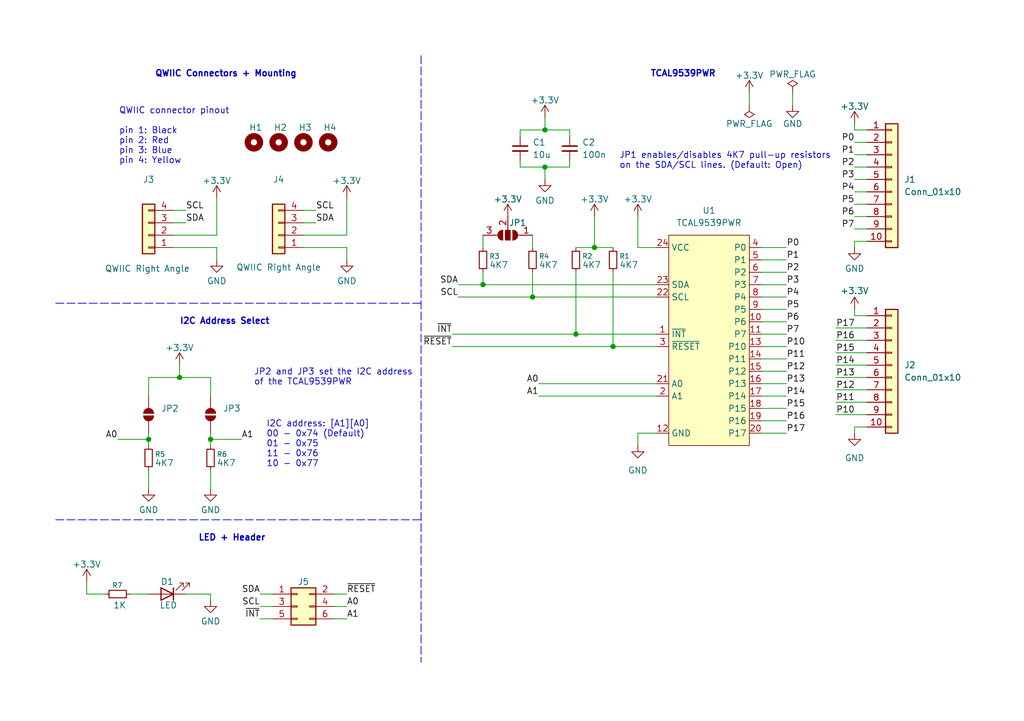
<source format=kicad_sch>
(kicad_sch (version 20250114) (generator "eeschema") (generator_version "9.0")
  (paper "A5")
  (title_block (title "MBOB-TCAL9539PWR") (date "2026-01-04") (rev "V1.00") (company "DGN Holdings"))
  (lib_symbols
    (symbol "Connector_Generic:Conn_01x04" (pin_names (offset 1.016) (hide yes))
      (property "Reference" "J" (at 0 5.08 0))
      (property "Value" "Conn_01x04" (at 0 -7.62 0))
      (symbol "Conn_01x04_1_1"
        (rectangle (start -1.27 3.81) (end 1.27 -6.35) (stroke (width 0.254)) (fill (type background)))
        (rectangle (start -1.27 2.667) (end 0 2.413) (stroke (width 0.1524)))
        (rectangle (start -1.27 0.127) (end 0 -0.127) (stroke (width 0.1524)))
        (rectangle (start -1.27 -2.413) (end 0 -2.667) (stroke (width 0.1524)))
        (rectangle (start -1.27 -4.953) (end 0 -5.207) (stroke (width 0.1524)))
        (pin passive line (at -5.08 2.54 0) (length 3.81) (name "Pin_1") (number "1"))
        (pin passive line (at -5.08 0 0) (length 3.81) (name "Pin_2") (number "2"))
        (pin passive line (at -5.08 -2.54 0) (length 3.81) (name "Pin_3") (number "3"))
        (pin passive line (at -5.08 -5.08 0) (length 3.81) (name "Pin_4") (number "4"))
      )
    )
    (symbol "Connector_Generic:Conn_01x10" (pin_names (offset 1.016) (hide yes))
      (property "Reference" "J" (at 0 12.7 0))
      (property "Value" "Conn_01x10" (at 0 -15.24 0))
      (symbol "Conn_01x10_1_1"
        (rectangle (start -1.27 11.43) (end 1.27 -13.97) (stroke (width 0.254)) (fill (type background)))
        (rectangle (start -1.27 10.287) (end 0 10.033) (stroke (width 0.1524)))
        (rectangle (start -1.27 7.747) (end 0 7.493) (stroke (width 0.1524)))
        (rectangle (start -1.27 5.207) (end 0 4.953) (stroke (width 0.1524)))
        (rectangle (start -1.27 2.667) (end 0 2.413) (stroke (width 0.1524)))
        (rectangle (start -1.27 0.127) (end 0 -0.127) (stroke (width 0.1524)))
        (rectangle (start -1.27 -2.413) (end 0 -2.667) (stroke (width 0.1524)))
        (rectangle (start -1.27 -4.953) (end 0 -5.207) (stroke (width 0.1524)))
        (rectangle (start -1.27 -7.493) (end 0 -7.747) (stroke (width 0.1524)))
        (rectangle (start -1.27 -10.033) (end 0 -10.287) (stroke (width 0.1524)))
        (rectangle (start -1.27 -12.573) (end 0 -12.827) (stroke (width 0.1524)))
        (pin passive line (at -5.08 10.16 0) (length 3.81) (name "Pin_1") (number "1"))
        (pin passive line (at -5.08 7.62 0) (length 3.81) (name "Pin_2") (number "2"))
        (pin passive line (at -5.08 5.08 0) (length 3.81) (name "Pin_3") (number "3"))
        (pin passive line (at -5.08 2.54 0) (length 3.81) (name "Pin_4") (number "4"))
        (pin passive line (at -5.08 0 0) (length 3.81) (name "Pin_5") (number "5"))
        (pin passive line (at -5.08 -2.54 0) (length 3.81) (name "Pin_6") (number "6"))
        (pin passive line (at -5.08 -5.08 0) (length 3.81) (name "Pin_7") (number "7"))
        (pin passive line (at -5.08 -7.62 0) (length 3.81) (name "Pin_8") (number "8"))
        (pin passive line (at -5.08 -10.16 0) (length 3.81) (name "Pin_9") (number "9"))
        (pin passive line (at -5.08 -12.7 0) (length 3.81) (name "Pin_10") (number "10"))
      )
    )
    (symbol "Connector_Generic:Conn_02x03_Odd_Even" (pin_names (offset 1.016) (hide yes))
      (property "Reference" "J" (at 1.27 5.08 0))
      (property "Value" "Conn_02x03_Odd_Even" (at 1.27 -5.08 0))
      (symbol "Conn_02x03_Odd_Even_1_1"
        (rectangle (start -1.27 3.81) (end 3.81 -3.81) (stroke (width 0.254)) (fill (type background)))
        (rectangle (start -1.27 2.667) (end 0 2.413) (stroke (width 0.1524)))
        (rectangle (start -1.27 0.127) (end 0 -0.127) (stroke (width 0.1524)))
        (rectangle (start -1.27 -2.413) (end 0 -2.667) (stroke (width 0.1524)))
        (rectangle (start 3.81 2.667) (end 2.54 2.413) (stroke (width 0.1524)))
        (rectangle (start 3.81 0.127) (end 2.54 -0.127) (stroke (width 0.1524)))
        (rectangle (start 3.81 -2.413) (end 2.54 -2.667) (stroke (width 0.1524)))
        (pin passive line (at -5.08 2.54 0) (length 3.81) (name "Pin_1") (number "1"))
        (pin passive line (at -5.08 0 0) (length 3.81) (name "Pin_3") (number "3"))
        (pin passive line (at -5.08 -2.54 0) (length 3.81) (name "Pin_5") (number "5"))
        (pin passive line (at 7.62 2.54 180) (length 3.81) (name "Pin_2") (number "2"))
        (pin passive line (at 7.62 0 180) (length 3.81) (name "Pin_4") (number "4"))
        (pin passive line (at 7.62 -2.54 180) (length 3.81) (name "Pin_6") (number "6"))
      )
    )
    (symbol "Device:C_Small" (pin_numbers (hide yes)) (pin_names (offset 0.254) (hide yes))
      (property "Reference" "C" (at 0.254 1.778 0))
      (property "Value" "C_Small" (at 0.254 -2.032 0))
      (symbol "C_Small_0_1"
        (polyline (pts (xy -1.524 0.508) (xy 1.524 0.508)) (stroke (width 0.3048)))
        (polyline (pts (xy -1.524 -0.508) (xy 1.524 -0.508)) (stroke (width 0.3302)))
      )
      (symbol "C_Small_1_1"
        (pin passive line (at 0 2.54 270) (length 2.032) (name "~") (number "1"))
        (pin passive line (at 0 -2.54 90) (length 2.032) (name "~") (number "2"))
      )
    )
    (symbol "Device:LED" (pin_numbers (hide yes)) (pin_names (offset 1.016) (hide yes))
      (property "Reference" "D" (at 0 2.54 0))
      (property "Value" "LED" (at 0 -2.54 0))
      (symbol "LED_0_1"
        (polyline (pts (xy -3.048 -0.762) (xy -4.572 -2.286) (xy -3.81 -2.286) (xy -4.572 -2.286) (xy -4.572 -1.524)))
        (polyline (pts (xy -1.778 -0.762) (xy -3.302 -2.286) (xy -2.54 -2.286) (xy -3.302 -2.286) (xy -3.302 -1.524)))
        (polyline (pts (xy -1.27 0) (xy 1.27 0)))
        (polyline (pts (xy -1.27 -1.27) (xy -1.27 1.27)) (stroke (width 0.254)))
        (polyline (pts (xy 1.27 -1.27) (xy 1.27 1.27) (xy -1.27 0) (xy 1.27 -1.27)) (stroke (width 0.254)))
      )
      (symbol "LED_1_1"
        (pin passive line (at -3.81 0 0) (length 2.54) (name "K") (number "1"))
        (pin passive line (at 3.81 0 180) (length 2.54) (name "A") (number "2"))
      )
    )
    (symbol "Device:R_Small" (pin_numbers (hide yes)) (pin_names (offset 0.254) (hide yes))
      (property "Reference" "R" (at 0 0 90))
      (property "Value" "R_Small" (at 1.778 0 90))
      (symbol "R_Small_0_1"
        (rectangle (start -0.762 1.778) (end 0.762 -1.778) (stroke (width 0.2032)))
      )
      (symbol "R_Small_1_1"
        (pin passive line (at 0 2.54 270) (length 0.762) (name "~") (number "1"))
        (pin passive line (at 0 -2.54 90) (length 0.762) (name "~") (number "2"))
      )
    )
    (symbol "GATHONJIA:TCAL9539PWR"
      (property "Reference" "U" (at -9.652 23.114 0))
      (property "Value" "TCAL9539PWR" (at 25.4 -22.86 0))
      (symbol "TCAL9539PWR_1_1"
        (rectangle (start -8.89 21.5899) (end 7.62 -21.5899) (fill (type background)))
        (pin power_in line (at -11.43 19.05 0) (length 2.54) (name "VCC") (number "24"))
        (pin bidirectional line (at -11.43 11.43 0) (length 2.54) (name "SDA") (number "23"))
        (pin bidirectional line (at -11.43 8.89 0) (length 2.54) (name "SCL") (number "22"))
        (pin input line (at -11.43 1.27 0) (length 2.54) (name "~{INT}") (number "1"))
        (pin input line (at -11.43 -1.27 0) (length 2.54) (name "~{RESET}") (number "3"))
        (pin input line (at -11.43 -8.89 0) (length 2.54) (name "A0") (number "21"))
        (pin input line (at -11.43 -11.43 0) (length 2.54) (name "A1") (number "2"))
        (pin power_in line (at -11.43 -19.05 0) (length 2.54) (name "GND") (number "12"))
        (pin bidirectional line (at 10.16 19.05 180) (length 2.54) (name "P0") (number "4"))
        (pin bidirectional line (at 10.16 16.51 180) (length 2.54) (name "P1") (number "5"))
        (pin bidirectional line (at 10.16 13.97 180) (length 2.54) (name "P2") (number "6"))
        (pin bidirectional line (at 10.16 11.43 180) (length 2.54) (name "P3") (number "7"))
        (pin bidirectional line (at 10.16 8.89 180) (length 2.54) (name "P4") (number "8"))
        (pin bidirectional line (at 10.16 6.35 180) (length 2.54) (name "P5") (number "9"))
        (pin bidirectional line (at 10.16 3.81 180) (length 2.54) (name "P6") (number "10"))
        (pin bidirectional line (at 10.16 1.27 180) (length 2.54) (name "P7") (number "11"))
        (pin bidirectional line (at 10.16 -1.27 180) (length 2.54) (name "P10") (number "13"))
        (pin bidirectional line (at 10.16 -3.81 180) (length 2.54) (name "P11") (number "14"))
        (pin bidirectional line (at 10.16 -6.35 180) (length 2.54) (name "P12") (number "15"))
        (pin bidirectional line (at 10.16 -8.89 180) (length 2.54) (name "P13") (number "16"))
        (pin bidirectional line (at 10.16 -11.43 180) (length 2.54) (name "P14") (number "17"))
        (pin bidirectional line (at 10.16 -13.97 180) (length 2.54) (name "P15") (number "18"))
        (pin bidirectional line (at 10.16 -16.51 180) (length 2.54) (name "P16") (number "19"))
        (pin bidirectional line (at 10.16 -19.05 180) (length 2.54) (name "P17") (number "20"))
      )
    )
    (symbol "Jumper:SolderJumper_2_Open" (pin_numbers (hide yes)) (pin_names (offset 0) (hide yes)) (in_bom no)
      (property "Reference" "JP" (at 0 2.032 0))
      (property "Value" "SolderJumper_2_Open" (at 0 -2.54 0))
      (symbol "SolderJumper_2_Open_0_1"
        (polyline (pts (xy -0.254 1.016) (xy -0.254 -1.016)))
        (arc (start -0.254 -1.016) (mid -1.2656 0) (end -0.254 1.016))
        (arc (start -0.254 -1.016) (mid -1.2656 0) (end -0.254 1.016) (fill (type outline)))
        (arc (start 0.254 1.016) (mid 1.2656 0) (end 0.254 -1.016))
        (arc (start 0.254 1.016) (mid 1.2656 0) (end 0.254 -1.016) (fill (type outline)))
        (polyline (pts (xy 0.254 1.016) (xy 0.254 -1.016)))
      )
      (symbol "SolderJumper_2_Open_1_1"
        (pin passive line (at -3.81 0 0) (length 2.54) (name "A") (number "1"))
        (pin passive line (at 3.81 0 180) (length 2.54) (name "B") (number "2"))
      )
    )
    (symbol "Jumper:SolderJumper_3_Open" (pin_names (offset 0) (hide yes)) (in_bom no)
      (property "Reference" "JP" (at -2.54 -2.54 0))
      (property "Value" "SolderJumper_3_Open" (at 0 2.794 0))
      (symbol "SolderJumper_3_Open_0_1"
        (polyline (pts (xy -2.54 0) (xy -2.032 0)))
        (polyline (pts (xy -1.016 1.016) (xy -1.016 -1.016)))
        (arc (start -1.016 -1.016) (mid -2.0276 0) (end -1.016 1.016))
        (arc (start -1.016 -1.016) (mid -2.0276 0) (end -1.016 1.016) (fill (type outline)))
        (rectangle (start -0.508 1.016) (end 0.508 -1.016) (fill (type outline)))
        (polyline (pts (xy 0 -1.27) (xy 0 -1.016)))
        (arc (start 1.016 1.016) (mid 2.0276 0) (end 1.016 -1.016))
        (arc (start 1.016 1.016) (mid 2.0276 0) (end 1.016 -1.016) (fill (type outline)))
        (polyline (pts (xy 1.016 1.016) (xy 1.016 -1.016)))
        (polyline (pts (xy 2.54 0) (xy 2.032 0)))
      )
      (symbol "SolderJumper_3_Open_1_1"
        (pin passive line (at -5.08 0 0) (length 2.54) (name "A") (number "1"))
        (pin passive line (at 0 -3.81 90) (length 2.54) (name "C") (number "2"))
        (pin passive line (at 5.08 0 180) (length 2.54) (name "B") (number "3"))
      )
    )
    (symbol "Mechanical:MountingHole" (pin_names (offset 1.016)) (in_bom no)
      (property "Reference" "H" (at 0 5.08 0))
      (property "Value" "MountingHole" (at 0 3.175 0))
      (symbol "MountingHole_0_1"
        (circle (center 0 0) (radius 1.27) (stroke (width 1.27)))
      )
    )
    (symbol "power:+3.3V" (power) (pin_numbers (hide yes)) (pin_names (offset 0) (hide yes))
      (property "Value" "+3.3V" (at 0 3.556 0))
      (symbol "+3.3V_0_1"
        (polyline (pts (xy -0.762 1.27) (xy 0 2.54)))
        (polyline (pts (xy 0 2.54) (xy 0.762 1.27)))
        (polyline (pts (xy 0 0) (xy 0 2.54)))
      )
      (symbol "+3.3V_1_1"
        (pin power_in line (at 0 0 90) (length 0) (name "~") (number "1"))
      )
    )
    (symbol "power:GND" (power) (pin_numbers (hide yes)) (pin_names (offset 0) (hide yes))
      (property "Value" "GND" (at 0 -3.81 0))
      (symbol "GND_0_1"
        (polyline (pts (xy 0 0) (xy 0 -1.27) (xy 1.27 -1.27) (xy 0 -2.54) (xy -1.27 -1.27) (xy 0 -1.27)))
      )
      (symbol "GND_1_1"
        (pin power_in line (at 0 0 270) (length 0) (name "~") (number "1"))
      )
    )
    (symbol "power:PWR_FLAG" (power) (pin_numbers (hide yes)) (pin_names (offset 0) (hide yes))
      (property "Value" "PWR_FLAG" (at 0 3.81 0))
      (symbol "PWR_FLAG_0_0"
        (pin power_out line (at 0 0 90) (length 0) (name "~") (number "1"))
      )
      (symbol "PWR_FLAG_0_1"
        (polyline (pts (xy 0 0) (xy 0 1.27) (xy -1.016 1.905) (xy 0 2.54) (xy 1.016 1.905) (xy 0 1.27)))
      )
    )
  )
  (text "I2C Address Select" (at 36.83 66.04 0) (effects (font (size 1.27 1.27) (thickness 0.254) (bold yes)) (justify left)))
  (text "TCAL9539PWR" (at 133.35 15.24 0) (effects (font (size 1.27 1.27) (thickness 0.254) (bold yes)) (justify left)))
  (text "JP2 and JP3 set the I2C address\nof the TCAL9539PWR" (at 52.07 77.47 0) (effects (font (size 1.27 1.27)) (justify left)))
  (text "QWIIC connector pinout\n\npin 1: Black\npin 2: Red\npin 3: Blue\npin 4: Yellow" (at 24.384 27.94 0) (effects (font (size 1.27 1.27)) (justify left)))
  (text "LED + Header" (at 40.64 110.49 0) (effects (font (size 1.27 1.27) (thickness 0.254) (bold yes)) (justify left)))
  (text "I2C address: [A1][A0]\n00 - 0x74 (Default)\n01 - 0x75\n11 - 0x76\n10 - 0x77" (at 54.61 91.186 0) (effects (font (size 1.27 1.27)) (justify left)))
  (text "JP1 enables/disables 4K7 pull-up resistors\non the SDA/SCL lines. (Default: Open)" (at 127 33.02 0) (effects (font (size 1.27 1.27)) (justify left)))
  (text "QWIIC Connectors + Mounting" (at 31.75 15.24 0) (effects (font (size 1.27 1.27) (thickness 0.254) (bold yes)) (justify left)))
  (junction (at 111.76 26.67))
  (junction (at 109.22 60.96))
  (junction (at 99.06 58.42))
  (junction (at 111.76 34.29))
  (junction (at 118.11 68.58))
  (junction (at 43.18 90.17))
  (junction (at 36.83 77.47))
  (junction (at 30.48 90.17))
  (junction (at 125.73 71.12))
  (junction (at 121.92 50.8))
  (wire (pts (xy 26.67 121.92) (xy 30.48 121.92)))
  (wire (pts (xy 106.68 26.67) (xy 111.76 26.67)))
  (wire (pts (xy 116.84 26.67) (xy 116.84 27.94)))
  (wire (pts (xy 156.21 73.66) (xy 161.29 73.66)))
  (wire (pts (xy 111.76 34.29) (xy 111.76 36.83)))
  (wire (pts (xy 68.58 121.92) (xy 71.12 121.92)))
  (wire (pts (xy 156.21 50.8) (xy 161.29 50.8)))
  (wire (pts (xy 68.58 127) (xy 71.12 127)))
  (wire (pts (xy 71.12 53.34) (xy 71.12 50.8)))
  (wire (pts (xy 175.26 25.4) (xy 175.26 26.67)))
  (wire (pts (xy 35.56 43.18) (xy 38.1 43.18)))
  (wire (pts (xy 156.21 68.58) (xy 161.29 68.58)))
  (wire (pts (xy 99.06 48.26) (xy 99.06 50.8)))
  (wire (pts (xy 99.06 58.42) (xy 134.62 58.42)))
  (wire (pts (xy 121.92 50.8) (xy 125.73 50.8)))
  (wire (pts (xy 30.48 88.9) (xy 30.48 90.17)))
  (wire (pts (xy 156.21 60.96) (xy 161.29 60.96)))
  (wire (pts (xy 118.11 55.88) (xy 118.11 68.58)))
  (wire (pts (xy 177.8 46.99) (xy 175.26 46.99)))
  (wire (pts (xy 171.45 80.01) (xy 177.8 80.01)))
  (wire (pts (xy 156.21 53.34) (xy 161.29 53.34)))
  (wire (pts (xy 177.8 36.83) (xy 175.26 36.83)))
  (wire (pts (xy 43.18 88.9) (xy 43.18 90.17)))
  (wire (pts (xy 44.45 48.26) (xy 44.45 40.64)))
  (wire (pts (xy 24.13 90.17) (xy 30.48 90.17)))
  (wire (pts (xy 93.98 60.96) (xy 109.22 60.96)))
  (wire (pts (xy 17.78 121.92) (xy 21.59 121.92)))
  (wire (pts (xy 30.48 81.28) (xy 30.48 77.47)))
  (wire (pts (xy 177.8 29.21) (xy 175.26 29.21)))
  (wire (pts (xy 64.77 45.72) (xy 62.23 45.72)))
  (wire (pts (xy 93.98 58.42) (xy 99.06 58.42)))
  (wire (pts (xy 30.48 96.52) (xy 30.48 100.33)))
  (polyline (pts (xy 86.36 11.43) (xy 86.36 135.89)) (stroke (width 0) (type dash)))
  (wire (pts (xy 130.81 50.8) (xy 134.62 50.8)))
  (wire (pts (xy 171.45 69.85) (xy 177.8 69.85)))
  (wire (pts (xy 153.67 19.05) (xy 153.67 21.59)))
  (wire (pts (xy 156.21 76.2) (xy 161.29 76.2)))
  (wire (pts (xy 99.06 55.88) (xy 99.06 58.42)))
  (wire (pts (xy 156.21 55.88) (xy 161.29 55.88)))
  (wire (pts (xy 92.71 68.58) (xy 118.11 68.58)))
  (wire (pts (xy 36.83 74.93) (xy 36.83 77.47)))
  (wire (pts (xy 121.92 44.45) (xy 121.92 50.8)))
  (wire (pts (xy 38.1 45.72) (xy 35.56 45.72)))
  (wire (pts (xy 43.18 77.47) (xy 43.18 81.28)))
  (wire (pts (xy 171.45 72.39) (xy 177.8 72.39)))
  (wire (pts (xy 43.18 90.17) (xy 43.18 91.44)))
  (wire (pts (xy 177.8 87.63) (xy 175.26 87.63)))
  (wire (pts (xy 121.92 50.8) (xy 118.11 50.8)))
  (wire (pts (xy 110.49 81.28) (xy 134.62 81.28)))
  (wire (pts (xy 156.21 66.04) (xy 161.29 66.04)))
  (wire (pts (xy 111.76 26.67) (xy 116.84 26.67)))
  (polyline (pts (xy 11.43 62.23) (xy 86.36 62.23)) (stroke (width 0) (type dash)))
  (wire (pts (xy 111.76 34.29) (xy 116.84 34.29)))
  (wire (pts (xy 30.48 90.17) (xy 30.48 91.44)))
  (wire (pts (xy 177.8 34.29) (xy 175.26 34.29)))
  (wire (pts (xy 53.34 121.92) (xy 55.88 121.92)))
  (wire (pts (xy 130.81 91.44) (xy 130.81 88.9)))
  (wire (pts (xy 156.21 63.5) (xy 161.29 63.5)))
  (wire (pts (xy 44.45 53.34) (xy 44.45 50.8)))
  (wire (pts (xy 175.26 64.77) (xy 175.26 63.5)))
  (wire (pts (xy 156.21 58.42) (xy 161.29 58.42)))
  (wire (pts (xy 43.18 90.17) (xy 49.53 90.17)))
  (wire (pts (xy 175.26 49.53) (xy 177.8 49.53)))
  (wire (pts (xy 53.34 127) (xy 55.88 127)))
  (wire (pts (xy 171.45 67.31) (xy 177.8 67.31)))
  (wire (pts (xy 62.23 50.8) (xy 71.12 50.8)))
  (wire (pts (xy 62.23 48.26) (xy 71.12 48.26)))
  (wire (pts (xy 30.48 77.47) (xy 36.83 77.47)))
  (wire (pts (xy 106.68 34.29) (xy 111.76 34.29)))
  (wire (pts (xy 106.68 34.29) (xy 106.68 33.02)))
  (wire (pts (xy 35.56 50.8) (xy 44.45 50.8)))
  (wire (pts (xy 156.21 86.36) (xy 161.29 86.36)))
  (wire (pts (xy 111.76 24.13) (xy 111.76 26.67)))
  (wire (pts (xy 92.71 71.12) (xy 125.73 71.12)))
  (wire (pts (xy 156.21 71.12) (xy 161.29 71.12)))
  (wire (pts (xy 156.21 88.9) (xy 161.29 88.9)))
  (wire (pts (xy 35.56 48.26) (xy 44.45 48.26)))
  (wire (pts (xy 171.45 77.47) (xy 177.8 77.47)))
  (wire (pts (xy 109.22 48.26) (xy 109.22 50.8)))
  (wire (pts (xy 68.58 124.46) (xy 71.12 124.46)))
  (polyline (pts (xy 11.43 106.68) (xy 86.36 106.68)) (stroke (width 0) (type dash)))
  (wire (pts (xy 171.45 82.55) (xy 177.8 82.55)))
  (wire (pts (xy 177.8 31.75) (xy 175.26 31.75)))
  (wire (pts (xy 118.11 68.58) (xy 134.62 68.58)))
  (wire (pts (xy 175.26 26.67) (xy 177.8 26.67)))
  (wire (pts (xy 156.21 83.82) (xy 161.29 83.82)))
  (wire (pts (xy 125.73 55.88) (xy 125.73 71.12)))
  (wire (pts (xy 162.56 19.05) (xy 162.56 21.59)))
  (wire (pts (xy 43.18 96.52) (xy 43.18 100.33)))
  (wire (pts (xy 36.83 77.47) (xy 43.18 77.47)))
  (wire (pts (xy 110.49 78.74) (xy 134.62 78.74)))
  (wire (pts (xy 64.77 43.18) (xy 62.23 43.18)))
  (wire (pts (xy 177.8 64.77) (xy 175.26 64.77)))
  (wire (pts (xy 109.22 55.88) (xy 109.22 60.96)))
  (wire (pts (xy 156.21 78.74) (xy 161.29 78.74)))
  (wire (pts (xy 175.26 87.63) (xy 175.26 88.9)))
  (wire (pts (xy 106.68 26.67) (xy 106.68 27.94)))
  (wire (pts (xy 38.1 121.92) (xy 43.18 121.92)))
  (wire (pts (xy 156.21 81.28) (xy 161.29 81.28)))
  (wire (pts (xy 53.34 124.46) (xy 55.88 124.46)))
  (wire (pts (xy 171.45 85.09) (xy 177.8 85.09)))
  (wire (pts (xy 130.81 88.9) (xy 134.62 88.9)))
  (wire (pts (xy 177.8 44.45) (xy 175.26 44.45)))
  (wire (pts (xy 175.26 50.8) (xy 175.26 49.53)))
  (wire (pts (xy 125.73 71.12) (xy 134.62 71.12)))
  (wire (pts (xy 43.18 121.92) (xy 43.18 123.19)))
  (wire (pts (xy 177.8 41.91) (xy 175.26 41.91)))
  (wire (pts (xy 177.8 39.37) (xy 175.26 39.37)))
  (wire (pts (xy 130.81 44.45) (xy 130.81 50.8)))
  (wire (pts (xy 17.78 119.38) (xy 17.78 121.92)))
  (wire (pts (xy 171.45 74.93) (xy 177.8 74.93)))
  (wire (pts (xy 116.84 34.29) (xy 116.84 33.02)))
  (wire (pts (xy 71.12 48.26) (xy 71.12 40.64)))
  (wire (pts (xy 109.22 60.96) (xy 134.62 60.96)))
  (label "SDA" (at 38.1 45.72 0))
  (label "SCL" (at 53.34 124.46 180))
  (label "P16" (at 161.29 86.36 0))
  (label "P5" (at 175.26 41.91 180))
  (label "P17" (at 171.45 67.31 0))
  (label "A0" (at 71.12 124.46 0))
  (label "P3" (at 161.29 58.42 0))
  (label "P11" (at 161.29 73.66 0))
  (label "P12" (at 171.45 80.01 0))
  (label "P2" (at 175.26 34.29 180))
  (label "~{RESET}" (at 71.12 121.92 0))
  (label "P17" (at 161.29 88.9 0))
  (label "P4" (at 161.29 60.96 0))
  (label "P7" (at 161.29 68.58 0))
  (label "SCL" (at 93.98 60.96 180))
  (label "P1" (at 175.26 31.75 180))
  (label "P0" (at 175.26 29.21 180))
  (label "P13" (at 171.45 77.47 0))
  (label "P6" (at 175.26 44.45 180))
  (label "SDA" (at 93.98 58.42 180))
  (label "P15" (at 161.29 83.82 0))
  (label "P11" (at 171.45 82.55 0))
  (label "P6" (at 161.29 66.04 0))
  (label "SDA" (at 64.77 45.72 0))
  (label "P15" (at 171.45 72.39 0))
  (label "P5" (at 161.29 63.5 0))
  (label "P1" (at 161.29 53.34 0))
  (label "P3" (at 175.26 36.83 180))
  (label "P12" (at 161.29 76.2 0))
  (label "P10" (at 171.45 85.09 0))
  (label "~{RESET}" (at 92.71 71.12 180))
  (label "P0" (at 161.29 50.8 0))
  (label "~{INT}" (at 92.71 68.58 180))
  (label "P13" (at 161.29 78.74 0))
  (label "P10" (at 161.29 71.12 0))
  (label "A1" (at 49.53 90.17 0))
  (label "P14" (at 171.45 74.93 0))
  (label "P14" (at 161.29 81.28 0))
  (label "A1" (at 110.49 81.28 180))
  (label "SCL" (at 64.77 43.18 0))
  (label "P7" (at 175.26 46.99 180))
  (label "P2" (at 161.29 55.88 0))
  (label "A0" (at 110.49 78.74 180))
  (label "P16" (at 171.45 69.85 0))
  (label "A1" (at 71.12 127 0))
  (label "A0" (at 24.13 90.17 180))
  (label "SDA" (at 53.34 121.92 180))
  (label "~{INT}" (at 53.34 127 180))
  (label "P4" (at 175.26 39.37 180))
  (label "SCL" (at 38.1 43.18 0))
  (symbol (lib_id "GATHONJIA:TCAL9539PWR") (at 146.05 69.85 0) (unit 1)
    (property "Reference" "U1" (at 145.415 43.18 0))
    (property "Value" "TCAL9539PWR" (at 145.415 45.72 0))
    (property "Footprint" "Package_SO:TSSOP-24_4.4x6.5mm_P0.5mm" (effects (hide yes)))
    (property "Description" "16 bit I/O Expander" (effects (hide yes)))
  )
  (symbol (lib_id "power:GND") (at 111.76 36.83 0) (unit 1)
    (property "Reference" "#PWR010" (effects (hide yes)))
    (property "Value" "GND" (at 111.76 41.148 0))
    (property "Description" "Power symbol creates a global label with name \"GND\" , ground" (effects (hide yes)))
  )
  (symbol (lib_id "power:PWR_FLAG") (at 162.56 19.05 0) (unit 1)
    (property "Reference" "#FLG02" (effects (hide yes)))
    (property "Value" "PWR_FLAG" (at 162.56 15.24 0))
    (property "Description" "Special symbol for telling ERC where power comes from" (effects (hide yes)))
  )
  (symbol (lib_id "Mechanical:MountingHole") (at 62.23 29.21 0) (unit 1) (in_bom no)
    (property "Reference" "H3" (at 61.214 26.162 0) (effects (justify left)))
    (property "Value" "MountingHole" (effects (hide yes)))
    (property "Footprint" "MountingHole:MountingHole_3.2mm_M3_DIN965_Pad" (effects (hide yes)))
    (property "Description" "Mounting Hole without connection" (effects (hide yes)))
  )
  (symbol (lib_id "Device:R_Small") (at 125.73 53.34 0) (unit 1)
    (property "Reference" "R1" (at 127 52.578 0) (effects (font (size 1.016 1.016)) (justify left)))
    (property "Value" "4K7" (at 127 54.356 0) (effects (justify left)))
    (property "Footprint" "Resistor_SMD:R_0402_1005Metric_Pad0.72x0.64mm_HandSolder" (effects (hide yes)))
    (property "Description" "Resistor, small symbol" (effects (hide yes)))
  )
  (symbol (lib_id "power:GND") (at 162.56 21.59 0) (unit 1)
    (property "Reference" "#PWR021" (effects (hide yes)))
    (property "Value" "GND" (at 162.56 25.4 0))
    (property "Description" "Power symbol creates a global label with name \"GND\" , ground" (effects (hide yes)))
  )
  (symbol (lib_id "Connector_Generic:Conn_01x04") (at 57.15 48.26 180) (unit 1)
    (property "Reference" "J4" (at 57.15 36.83 0))
    (property "Value" "QWIIC Right Angle" (at 57.15 54.864 0))
    (property "Footprint" "Connector_JST:JST_SH_SM04B-SRSS-TB_1x04-1MP_P1.00mm_Horizontal" (effects (hide yes)))
    (property "Description" "Generic connector, single row, 01x04, script generated (kicad-library-utils/schlib/autogen/connector/)" (effects (hide yes)))
  )
  (symbol (lib_id "Jumper:SolderJumper_3_Open") (at 104.14 48.26 180) (unit 1) (in_bom no)
    (property "Reference" "JP1" (at 106.172 45.72 0))
    (property "Value" "SolderJumper_3_Open" (effects (hide yes)))
    (property "Footprint" "Jumper:SolderJumper-3_P1.3mm_Open_RoundedPad1.0x1.5mm" (effects (hide yes)))
    (property "Description" "Solder Jumper, 3-pole, open" (effects (hide yes)))
  )
  (symbol (lib_id "Mechanical:MountingHole") (at 57.15 29.21 0) (unit 1) (in_bom no)
    (property "Reference" "H2" (at 56.134 26.162 0) (effects (justify left)))
    (property "Value" "MountingHole" (effects (hide yes)))
    (property "Footprint" "MountingHole:MountingHole_3.2mm_M3_DIN965_Pad" (effects (hide yes)))
    (property "Description" "Mounting Hole without connection" (effects (hide yes)))
  )
  (symbol (lib_id "Device:R_Small") (at 109.22 53.34 0) (unit 1)
    (property "Reference" "R4" (at 110.49 52.578 0) (effects (font (size 1.016 1.016)) (justify left)))
    (property "Value" "4K7" (at 110.49 54.356 0) (effects (justify left)))
    (property "Footprint" "Resistor_SMD:R_0402_1005Metric_Pad0.72x0.64mm_HandSolder" (effects (hide yes)))
    (property "Description" "Resistor, small symbol" (effects (hide yes)))
  )
  (symbol (lib_id "Device:R_Small") (at 30.48 93.98 0) (unit 1)
    (property "Reference" "R5" (at 31.75 93.218 0) (effects (font (size 1.016 1.016)) (justify left)))
    (property "Value" "4K7" (at 31.75 94.996 0) (effects (justify left)))
    (property "Footprint" "Resistor_SMD:R_0402_1005Metric_Pad0.72x0.64mm_HandSolder" (effects (hide yes)))
    (property "Description" "Resistor, small symbol" (effects (hide yes)))
  )
  (symbol (lib_id "power:GND") (at 71.12 53.34 0) (unit 1)
    (property "Reference" "#PWR014" (effects (hide yes)))
    (property "Value" "GND" (at 71.12 57.658 0))
    (property "Description" "Power symbol creates a global label with name \"GND\" , ground" (effects (hide yes)))
  )
  (symbol (lib_id "power:GND") (at 130.81 91.44 0) (unit 1)
    (property "Reference" "#PWR02" (effects (hide yes)))
    (property "Value" "GND" (at 130.81 96.52 0))
    (property "Description" "Power symbol creates a global label with name \"GND\" , ground" (effects (hide yes)))
  )
  (symbol (lib_id "power:+3.3V") (at 36.83 74.93 0) (unit 1)
    (property "Reference" "#PWR015" (effects (hide yes)))
    (property "Value" "+3.3V" (at 36.83 71.374 0))
    (property "Description" "Power symbol creates a global label with name \"+3.3V\"" (effects (hide yes)))
  )
  (symbol (lib_id "Connector_Generic:Conn_01x10") (at 182.88 36.83 0) (unit 1)
    (property "Reference" "J1" (at 185.42 36.8299 0) (effects (justify left)))
    (property "Value" "Conn_01x10" (at 185.42 39.3699 0) (effects (justify left)))
    (property "Footprint" "Connector_PinHeader_2.54mm:PinHeader_1x10_P2.54mm_Vertical" (effects (hide yes)))
    (property "Description" "Generic connector, single row, 01x10, script generated (kicad-library-utils/schlib/autogen/connector/)" (effects (hide yes)))
  )
  (symbol (lib_id "power:+3.3V") (at 44.45 40.64 0) (unit 1)
    (property "Reference" "#PWR011" (effects (hide yes)))
    (property "Value" "+3.3V" (at 44.45 37.084 0))
    (property "Description" "Power symbol creates a global label with name \"+3.3V\"" (effects (hide yes)))
  )
  (symbol (lib_id "power:+3.3V") (at 130.81 44.45 0) (unit 1)
    (property "Reference" "#PWR01" (effects (hide yes)))
    (property "Value" "+3.3V" (at 130.81 40.894 0))
    (property "Description" "Power symbol creates a global label with name \"+3.3V\"" (effects (hide yes)))
  )
  (symbol (lib_id "power:+3.3V") (at 175.26 25.4 0) (unit 1)
    (property "Reference" "#PWR03" (effects (hide yes)))
    (property "Value" "+3.3V" (at 175.26 21.844 0))
    (property "Description" "Power symbol creates a global label with name \"+3.3V\"" (effects (hide yes)))
  )
  (symbol (lib_id "Connector_Generic:Conn_02x03_Odd_Even") (at 60.96 124.46 0) (unit 1)
    (property "Reference" "J5" (at 62.23 119.38 0))
    (property "Value" "Conn_02x03_Odd_Even" (effects (hide yes)))
    (property "Footprint" "Connector_PinHeader_2.54mm:PinHeader_2x03_P2.54mm_Vertical" (effects (hide yes)))
    (property "Description" "Generic connector, double row, 02x03, odd/even pin numbering scheme (row 1 odd numbers, row 2 even numbers), script generated (kicad-library-utils/schlib/autogen/connector/)" (effects (hide yes)))
  )
  (symbol (lib_id "Device:C_Small") (at 106.68 30.48 0) (unit 1)
    (property "Reference" "C1" (at 109.22 29.2162 0) (effects (justify left)))
    (property "Value" "10u" (at 109.22 31.7562 0) (effects (justify left)))
    (property "Footprint" "Capacitor_SMD:C_0603_1608Metric_Pad1.08x0.95mm_HandSolder" (effects (hide yes)))
    (property "Description" "Unpolarized capacitor, small symbol" (effects (hide yes)))
  )
  (symbol (lib_id "power:+3.3V") (at 104.14 44.45 0) (unit 1)
    (property "Reference" "#PWR08" (effects (hide yes)))
    (property "Value" "+3.3V" (at 104.14 40.894 0))
    (property "Description" "Power symbol creates a global label with name \"+3.3V\"" (effects (hide yes)))
  )
  (symbol (lib_id "Device:R_Small") (at 43.18 93.98 0) (unit 1)
    (property "Reference" "R6" (at 44.45 93.218 0) (effects (font (size 1.016 1.016)) (justify left)))
    (property "Value" "4K7" (at 44.45 94.996 0) (effects (justify left)))
    (property "Footprint" "Resistor_SMD:R_0402_1005Metric_Pad0.72x0.64mm_HandSolder" (effects (hide yes)))
    (property "Description" "Resistor, small symbol" (effects (hide yes)))
  )
  (symbol (lib_id "Jumper:SolderJumper_2_Open") (at 43.18 85.09 90) (unit 1) (in_bom no)
    (property "Reference" "JP3" (at 45.72 83.8199 90) (effects (justify right)))
    (property "Value" "SolderJumper_2_Open" (effects (hide yes)))
    (property "Footprint" "Jumper:SolderJumper-2_P1.3mm_Open_RoundedPad1.0x1.5mm" (effects (hide yes)))
    (property "Description" "Solder Jumper, 2-pole, open" (effects (hide yes)))
  )
  (symbol (lib_id "power:GND") (at 175.26 88.9 0) (unit 1)
    (property "Reference" "#PWR06" (effects (hide yes)))
    (property "Value" "GND" (at 175.26 93.98 0))
    (property "Description" "Power symbol creates a global label with name \"GND\" , ground" (effects (hide yes)))
  )
  (symbol (lib_id "Connector_Generic:Conn_01x10") (at 182.88 74.93 0) (unit 1)
    (property "Reference" "J2" (at 185.42 74.9299 0) (effects (justify left)))
    (property "Value" "Conn_01x10" (at 185.42 77.4699 0) (effects (justify left)))
    (property "Footprint" "Connector_PinHeader_2.54mm:PinHeader_1x10_P2.54mm_Vertical" (effects (hide yes)))
    (property "Description" "Generic connector, single row, 01x10, script generated (kicad-library-utils/schlib/autogen/connector/)" (effects (hide yes)))
  )
  (symbol (lib_id "power:GND") (at 30.48 100.33 0) (unit 1)
    (property "Reference" "#PWR016" (effects (hide yes)))
    (property "Value" "GND" (at 30.48 104.648 0))
    (property "Description" "Power symbol creates a global label with name \"GND\" , ground" (effects (hide yes)))
  )
  (symbol (lib_id "power:+3.3V") (at 71.12 40.64 0) (unit 1)
    (property "Reference" "#PWR013" (effects (hide yes)))
    (property "Value" "+3.3V" (at 71.12 37.084 0))
    (property "Description" "Power symbol creates a global label with name \"+3.3V\"" (effects (hide yes)))
  )
  (symbol (lib_id "Connector_Generic:Conn_01x04") (at 30.48 48.26 180) (unit 1)
    (property "Reference" "J3" (at 30.48 36.83 0))
    (property "Value" "QWIIC Right Angle" (at 30.226 55.118 0))
    (property "Footprint" "Connector_JST:JST_SH_SM04B-SRSS-TB_1x04-1MP_P1.00mm_Horizontal" (effects (hide yes)))
    (property "Description" "Generic connector, single row, 01x04, script generated (kicad-library-utils/schlib/autogen/connector/)" (effects (hide yes)))
  )
  (symbol (lib_id "Jumper:SolderJumper_2_Open") (at 30.48 85.09 90) (unit 1) (in_bom no)
    (property "Reference" "JP2" (at 33.02 83.8199 90) (effects (justify right)))
    (property "Value" "SolderJumper_2_Open" (effects (hide yes)))
    (property "Footprint" "Jumper:SolderJumper-2_P1.3mm_Open_RoundedPad1.0x1.5mm" (effects (hide yes)))
    (property "Description" "Solder Jumper, 2-pole, open" (effects (hide yes)))
  )
  (symbol (lib_id "Mechanical:MountingHole") (at 67.31 29.21 0) (unit 1) (in_bom no)
    (property "Reference" "H4" (at 66.294 26.162 0) (effects (justify left)))
    (property "Value" "MountingHole" (effects (hide yes)))
    (property "Footprint" "MountingHole:MountingHole_3.2mm_M3_DIN965_Pad" (effects (hide yes)))
    (property "Description" "Mounting Hole without connection" (effects (hide yes)))
  )
  (symbol (lib_id "power:GND") (at 43.18 123.19 0) (unit 1)
    (property "Reference" "#PWR019" (effects (hide yes)))
    (property "Value" "GND" (at 43.18 127.508 0))
    (property "Description" "Power symbol creates a global label with name \"GND\" , ground" (effects (hide yes)))
  )
  (symbol (lib_id "Mechanical:MountingHole") (at 52.07 29.21 0) (unit 1) (in_bom no)
    (property "Reference" "H1" (at 51.054 26.162 0) (effects (justify left)))
    (property "Value" "MountingHole" (effects (hide yes)))
    (property "Footprint" "MountingHole:MountingHole_3.2mm_M3_DIN965_Pad" (effects (hide yes)))
    (property "Description" "Mounting Hole without connection" (effects (hide yes)))
  )
  (symbol (lib_id "power:GND") (at 175.26 50.8 0) (unit 1)
    (property "Reference" "#PWR04" (effects (hide yes)))
    (property "Value" "GND" (at 175.26 55.118 0))
    (property "Description" "Power symbol creates a global label with name \"GND\" , ground" (effects (hide yes)))
  )
  (symbol (lib_id "Device:R_Small") (at 24.13 121.92 90) (unit 1)
    (property "Reference" "R7" (at 25.146 120.142 90) (effects (font (size 1.016 1.016)) (justify left)))
    (property "Value" "1K" (at 25.908 124.206 90) (effects (justify left)))
    (property "Footprint" "Resistor_SMD:R_0402_1005Metric_Pad0.72x0.64mm_HandSolder" (effects (hide yes)))
    (property "Description" "Resistor, small symbol" (effects (hide yes)))
  )
  (symbol (lib_id "power:GND") (at 44.45 53.34 0) (unit 1)
    (property "Reference" "#PWR012" (effects (hide yes)))
    (property "Value" "GND" (at 44.45 57.658 0))
    (property "Description" "Power symbol creates a global label with name \"GND\" , ground" (effects (hide yes)))
  )
  (symbol (lib_id "power:+3.3V") (at 153.67 19.05 0) (unit 1)
    (property "Reference" "#PWR020" (effects (hide yes)))
    (property "Value" "+3.3V" (at 153.67 15.494 0))
    (property "Description" "Power symbol creates a global label with name \"+3.3V\"" (effects (hide yes)))
  )
  (symbol (lib_id "power:+3.3V") (at 17.78 119.38 0) (unit 1)
    (property "Reference" "#PWR018" (effects (hide yes)))
    (property "Value" "+3.3V" (at 17.78 115.824 0))
    (property "Description" "Power symbol creates a global label with name \"+3.3V\"" (effects (hide yes)))
  )
  (symbol (lib_id "Device:R_Small") (at 99.06 53.34 0) (unit 1)
    (property "Reference" "R3" (at 100.33 52.578 0) (effects (font (size 1.016 1.016)) (justify left)))
    (property "Value" "4K7" (at 100.33 54.356 0) (effects (justify left)))
    (property "Footprint" "Resistor_SMD:R_0402_1005Metric_Pad0.72x0.64mm_HandSolder" (effects (hide yes)))
    (property "Description" "Resistor, small symbol" (effects (hide yes)))
  )
  (symbol (lib_id "Device:LED") (at 34.29 121.92 180) (unit 1)
    (property "Reference" "D1" (at 34.29 119.38 0))
    (property "Value" "LED" (at 34.544 124.206 0))
    (property "Footprint" "LED_SMD:LED_0603_1608Metric_Pad1.05x0.95mm_HandSolder" (effects (hide yes)))
    (property "Description" "Light emitting diode" (effects (hide yes)))
    (property "Sim.Pins" "1=K 2=A" (effects (hide yes)))
  )
  (symbol (lib_id "power:+3.3V") (at 111.76 24.13 0) (unit 1)
    (property "Reference" "#PWR09" (effects (hide yes)))
    (property "Value" "+3.3V" (at 111.76 20.574 0))
    (property "Description" "Power symbol creates a global label with name \"+3.3V\"" (effects (hide yes)))
  )
  (symbol (lib_id "power:PWR_FLAG") (at 153.67 21.59 180) (unit 1)
    (property "Reference" "#FLG01" (effects (hide yes)))
    (property "Value" "PWR_FLAG" (at 153.67 25.4 0))
    (property "Description" "Special symbol for telling ERC where power comes from" (effects (hide yes)))
  )
  (symbol (lib_id "power:+3.3V") (at 121.92 44.45 0) (unit 1)
    (property "Reference" "#PWR07" (effects (hide yes)))
    (property "Value" "+3.3V" (at 121.92 40.894 0))
    (property "Description" "Power symbol creates a global label with name \"+3.3V\"" (effects (hide yes)))
  )
  (symbol (lib_id "power:GND") (at 43.18 100.33 0) (unit 1)
    (property "Reference" "#PWR017" (effects (hide yes)))
    (property "Value" "GND" (at 43.18 104.648 0))
    (property "Description" "Power symbol creates a global label with name \"GND\" , ground" (effects (hide yes)))
  )
  (symbol (lib_id "Device:R_Small") (at 118.11 53.34 0) (unit 1)
    (property "Reference" "R2" (at 119.38 52.578 0) (effects (font (size 1.016 1.016)) (justify left)))
    (property "Value" "4K7" (at 119.38 54.356 0) (effects (justify left)))
    (property "Footprint" "Resistor_SMD:R_0402_1005Metric_Pad0.72x0.64mm_HandSolder" (effects (hide yes)))
    (property "Description" "Resistor, small symbol" (effects (hide yes)))
  )
  (symbol (lib_id "power:+3.3V") (at 175.26 63.5 0) (unit 1)
    (property "Reference" "#PWR05" (effects (hide yes)))
    (property "Value" "+3.3V" (at 175.26 59.69 0))
    (property "Description" "Power symbol creates a global label with name \"+3.3V\"" (effects (hide yes)))
  )
  (symbol (lib_id "Device:C_Small") (at 116.84 30.48 0) (unit 1)
    (property "Reference" "C2" (at 119.38 29.2162 0) (effects (justify left)))
    (property "Value" "100n" (at 119.38 31.7562 0) (effects (justify left)))
    (property "Footprint" "Capacitor_SMD:C_0402_1005Metric_Pad0.74x0.62mm_HandSolder" (effects (hide yes)))
    (property "Description" "Unpolarized capacitor, small symbol" (effects (hide yes)))
  )
)
</source>
